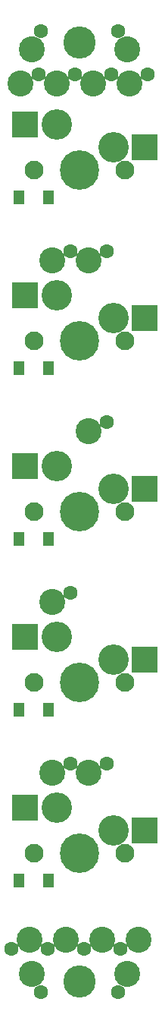
<source format=gts>
%TF.GenerationSoftware,KiCad,Pcbnew,5.0.0+dfsg1-2*%
%TF.CreationDate,2019-02-10T19:22:37+01:00*%
%TF.ProjectId,yatara-puno-mx-5,7961746172612D70756E6F2D6D782D35,0.2*%
%TF.SameCoordinates,Original*%
%TF.FileFunction,Soldermask,Top*%
%TF.FilePolarity,Negative*%
%FSLAX46Y46*%
G04 Gerber Fmt 4.6, Leading zero omitted, Abs format (unit mm)*
G04 Created by KiCad (PCBNEW 5.0.0+dfsg1-2) date Sun Feb 10 19:22:37 2019*
%MOMM*%
%LPD*%
G01*
G04 APERTURE LIST*
%ADD10R,1.300000X1.600000*%
%ADD11C,1.600000*%
%ADD12C,3.600000*%
%ADD13C,2.900000*%
%ADD14C,4.400000*%
%ADD15C,2.100000*%
%ADD16C,3.400000*%
%ADD17R,2.950000X2.900000*%
G04 APERTURE END LIST*
D10*
X67270000Y-46098000D03*
X70570000Y-46098000D03*
X67270000Y-65148000D03*
X70570000Y-65148000D03*
X67270000Y-84198000D03*
X70570000Y-84198000D03*
X67270000Y-103248000D03*
X70570000Y-103248000D03*
X67270000Y-122298000D03*
X70570000Y-122298000D03*
D11*
X77048000Y-52067000D03*
X72984000Y-52067000D03*
X77048000Y-71117000D03*
X72984000Y-90167000D03*
X69682000Y-134744000D03*
X78318000Y-134744000D03*
X66380000Y-129918000D03*
X78572000Y-129918000D03*
X69682000Y-27556000D03*
X74508000Y-129918000D03*
X70444000Y-129918000D03*
X77048000Y-109217000D03*
X72984000Y-109217000D03*
X81620000Y-32382000D03*
X77556000Y-32382000D03*
X73492000Y-32382000D03*
X69428000Y-32382000D03*
D12*
X74000000Y-133537500D03*
X74000000Y-28762500D03*
D11*
X78318000Y-27556000D03*
D13*
X71460000Y-33398000D03*
X67396000Y-33398000D03*
X79588000Y-33398000D03*
X75524000Y-33398000D03*
X70952000Y-110233000D03*
X79334000Y-132712000D03*
X75016000Y-110233000D03*
X68666000Y-29588000D03*
D14*
X74000000Y-119250000D03*
D15*
X79080000Y-119250000D03*
X68920000Y-119250000D03*
D16*
X71460000Y-114170000D03*
X77810000Y-116710000D03*
D17*
X67910000Y-114170000D03*
X81360000Y-116710000D03*
X81360000Y-40510000D03*
X67910000Y-37970000D03*
D16*
X77810000Y-40510000D03*
X71460000Y-37970000D03*
D15*
X68920000Y-43050000D03*
X79080000Y-43050000D03*
D14*
X74000000Y-43050000D03*
X74000000Y-100200000D03*
D15*
X79080000Y-100200000D03*
X68920000Y-100200000D03*
D16*
X71460000Y-95120000D03*
X77810000Y-97660000D03*
D17*
X67910000Y-95120000D03*
X81360000Y-97660000D03*
X81360000Y-78610000D03*
X67910000Y-76070000D03*
D16*
X77810000Y-78610000D03*
X71460000Y-76070000D03*
D15*
X68920000Y-81150000D03*
X79080000Y-81150000D03*
D14*
X74000000Y-81150000D03*
X74000000Y-62100000D03*
D15*
X79080000Y-62100000D03*
X68920000Y-62100000D03*
D16*
X71460000Y-57020000D03*
X77810000Y-59560000D03*
D17*
X67910000Y-57020000D03*
X81360000Y-59560000D03*
D13*
X80602000Y-128902000D03*
X76538000Y-128902000D03*
X72476000Y-128902000D03*
X68410000Y-128902000D03*
X79334000Y-29588000D03*
X68664000Y-132712000D03*
X75016000Y-72133000D03*
X70952000Y-53083000D03*
X75016000Y-53083000D03*
X70952000Y-91183000D03*
M02*

</source>
